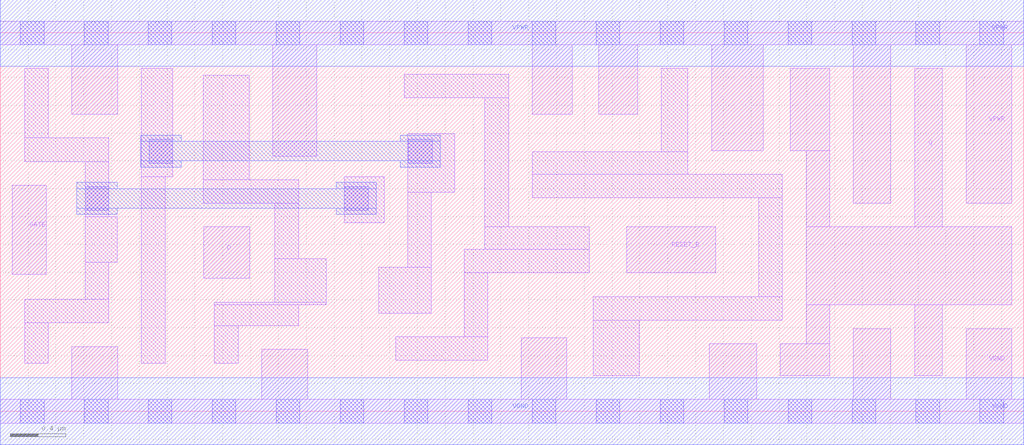
<source format=lef>
# Copyright 2020 The SkyWater PDK Authors
#
# Licensed under the Apache License, Version 2.0 (the "License");
# you may not use this file except in compliance with the License.
# You may obtain a copy of the License at
#
#     https://www.apache.org/licenses/LICENSE-2.0
#
# Unless required by applicable law or agreed to in writing, software
# distributed under the License is distributed on an "AS IS" BASIS,
# WITHOUT WARRANTIES OR CONDITIONS OF ANY KIND, either express or implied.
# See the License for the specific language governing permissions and
# limitations under the License.
#
# SPDX-License-Identifier: Apache-2.0

VERSION 5.7 ;
  NAMESCASESENSITIVE ON ;
  NOWIREEXTENSIONATPIN ON ;
  DIVIDERCHAR "/" ;
  BUSBITCHARS "[]" ;
UNITS
  DATABASE MICRONS 200 ;
END UNITS
MACRO sky130_fd_sc_hd__dlrtp_4
  CLASS CORE ;
  SOURCE USER ;
  FOREIGN sky130_fd_sc_hd__dlrtp_4 ;
  ORIGIN  0.000000  0.000000 ;
  SIZE  7.360000 BY  2.720000 ;
  SYMMETRY X Y R90 ;
  SITE unithd ;
  PIN D
    ANTENNAGATEAREA  0.159000 ;
    DIRECTION INPUT ;
    USE SIGNAL ;
    PORT
      LAYER li1 ;
        RECT 1.465000 0.955000 1.795000 1.325000 ;
    END
  END D
  PIN Q
    ANTENNADIFFAREA  1.014750 ;
    DIRECTION OUTPUT ;
    USE SIGNAL ;
    PORT
      LAYER li1 ;
        RECT 5.610000 0.255000 5.965000 0.485000 ;
        RECT 5.680000 1.875000 5.965000 2.465000 ;
        RECT 5.795000 0.485000 5.965000 0.765000 ;
        RECT 5.795000 0.765000 7.275000 1.325000 ;
        RECT 5.795000 1.325000 5.965000 1.875000 ;
        RECT 6.575000 0.255000 6.775000 0.765000 ;
        RECT 6.575000 1.325000 6.775000 2.465000 ;
    END
  END Q
  PIN RESET_B
    ANTENNAGATEAREA  0.247500 ;
    DIRECTION INPUT ;
    USE SIGNAL ;
    PORT
      LAYER li1 ;
        RECT 4.505000 0.995000 5.145000 1.325000 ;
    END
  END RESET_B
  PIN GATE
    ANTENNAGATEAREA  0.159000 ;
    DIRECTION INPUT ;
    USE CLOCK ;
    PORT
      LAYER li1 ;
        RECT 0.085000 0.985000 0.330000 1.625000 ;
    END
  END GATE
  PIN VGND
    DIRECTION INOUT ;
    SHAPE ABUTMENT ;
    USE GROUND ;
    PORT
      LAYER li1 ;
        RECT 0.000000 -0.085000 7.360000 0.085000 ;
        RECT 0.515000  0.085000 0.845000 0.465000 ;
        RECT 1.880000  0.085000 2.210000 0.445000 ;
        RECT 3.745000  0.085000 4.075000 0.530000 ;
        RECT 5.100000  0.085000 5.440000 0.485000 ;
        RECT 6.135000  0.085000 6.405000 0.595000 ;
        RECT 6.945000  0.085000 7.275000 0.595000 ;
      LAYER mcon ;
        RECT 0.145000 -0.085000 0.315000 0.085000 ;
        RECT 0.605000 -0.085000 0.775000 0.085000 ;
        RECT 1.065000 -0.085000 1.235000 0.085000 ;
        RECT 1.525000 -0.085000 1.695000 0.085000 ;
        RECT 1.985000 -0.085000 2.155000 0.085000 ;
        RECT 2.445000 -0.085000 2.615000 0.085000 ;
        RECT 2.905000 -0.085000 3.075000 0.085000 ;
        RECT 3.365000 -0.085000 3.535000 0.085000 ;
        RECT 3.825000 -0.085000 3.995000 0.085000 ;
        RECT 4.285000 -0.085000 4.455000 0.085000 ;
        RECT 4.745000 -0.085000 4.915000 0.085000 ;
        RECT 5.205000 -0.085000 5.375000 0.085000 ;
        RECT 5.665000 -0.085000 5.835000 0.085000 ;
        RECT 6.125000 -0.085000 6.295000 0.085000 ;
        RECT 6.585000 -0.085000 6.755000 0.085000 ;
        RECT 7.045000 -0.085000 7.215000 0.085000 ;
      LAYER met1 ;
        RECT 0.000000 -0.240000 7.360000 0.240000 ;
    END
  END VGND
  PIN VPWR
    DIRECTION INOUT ;
    SHAPE ABUTMENT ;
    USE POWER ;
    PORT
      LAYER li1 ;
        RECT 0.000000 2.635000 7.360000 2.805000 ;
        RECT 0.515000 2.135000 0.845000 2.635000 ;
        RECT 1.960000 1.835000 2.275000 2.635000 ;
        RECT 3.825000 2.135000 4.115000 2.635000 ;
        RECT 4.305000 2.135000 4.585000 2.635000 ;
        RECT 5.115000 1.875000 5.485000 2.635000 ;
        RECT 6.135000 1.495000 6.405000 2.635000 ;
        RECT 6.945000 1.495000 7.275000 2.635000 ;
      LAYER mcon ;
        RECT 0.145000 2.635000 0.315000 2.805000 ;
        RECT 0.605000 2.635000 0.775000 2.805000 ;
        RECT 1.065000 2.635000 1.235000 2.805000 ;
        RECT 1.525000 2.635000 1.695000 2.805000 ;
        RECT 1.985000 2.635000 2.155000 2.805000 ;
        RECT 2.445000 2.635000 2.615000 2.805000 ;
        RECT 2.905000 2.635000 3.075000 2.805000 ;
        RECT 3.365000 2.635000 3.535000 2.805000 ;
        RECT 3.825000 2.635000 3.995000 2.805000 ;
        RECT 4.285000 2.635000 4.455000 2.805000 ;
        RECT 4.745000 2.635000 4.915000 2.805000 ;
        RECT 5.205000 2.635000 5.375000 2.805000 ;
        RECT 5.665000 2.635000 5.835000 2.805000 ;
        RECT 6.125000 2.635000 6.295000 2.805000 ;
        RECT 6.585000 2.635000 6.755000 2.805000 ;
        RECT 7.045000 2.635000 7.215000 2.805000 ;
      LAYER met1 ;
        RECT 0.000000 2.480000 7.360000 2.960000 ;
    END
  END VPWR
  OBS
    LAYER li1 ;
      RECT 0.175000 0.345000 0.345000 0.635000 ;
      RECT 0.175000 0.635000 0.780000 0.805000 ;
      RECT 0.175000 1.795000 0.780000 1.965000 ;
      RECT 0.175000 1.965000 0.345000 2.465000 ;
      RECT 0.610000 0.805000 0.780000 1.070000 ;
      RECT 0.610000 1.070000 0.840000 1.400000 ;
      RECT 0.610000 1.400000 0.780000 1.795000 ;
      RECT 1.015000 0.345000 1.185000 1.685000 ;
      RECT 1.015000 1.685000 1.240000 2.465000 ;
      RECT 1.460000 1.495000 2.145000 1.665000 ;
      RECT 1.460000 1.665000 1.790000 2.415000 ;
      RECT 1.540000 0.345000 1.710000 0.615000 ;
      RECT 1.540000 0.615000 2.145000 0.765000 ;
      RECT 1.540000 0.765000 2.345000 0.785000 ;
      RECT 1.975000 0.785000 2.345000 1.095000 ;
      RECT 1.975000 1.095000 2.145000 1.495000 ;
      RECT 2.475000 1.355000 2.760000 1.685000 ;
      RECT 2.720000 0.705000 3.100000 1.035000 ;
      RECT 2.845000 0.365000 3.505000 0.535000 ;
      RECT 2.905000 2.255000 3.655000 2.425000 ;
      RECT 2.930000 1.035000 3.100000 1.575000 ;
      RECT 2.930000 1.575000 3.270000 1.995000 ;
      RECT 3.335000 0.535000 3.505000 0.995000 ;
      RECT 3.335000 0.995000 4.235000 1.165000 ;
      RECT 3.485000 1.165000 4.235000 1.325000 ;
      RECT 3.485000 1.325000 3.655000 2.255000 ;
      RECT 3.825000 1.535000 5.625000 1.705000 ;
      RECT 3.825000 1.705000 4.945000 1.865000 ;
      RECT 4.265000 0.255000 4.595000 0.655000 ;
      RECT 4.265000 0.655000 5.625000 0.825000 ;
      RECT 4.755000 1.865000 4.945000 2.465000 ;
      RECT 5.455000 0.825000 5.625000 1.535000 ;
    LAYER mcon ;
      RECT 0.610000 1.445000 0.780000 1.615000 ;
      RECT 1.070000 1.785000 1.240000 1.955000 ;
      RECT 2.475000 1.445000 2.645000 1.615000 ;
      RECT 2.935000 1.785000 3.105000 1.955000 ;
    LAYER met1 ;
      RECT 0.550000 1.415000 0.840000 1.460000 ;
      RECT 0.550000 1.460000 2.705000 1.600000 ;
      RECT 0.550000 1.600000 0.840000 1.645000 ;
      RECT 1.010000 1.755000 1.300000 1.800000 ;
      RECT 1.010000 1.800000 3.165000 1.940000 ;
      RECT 1.010000 1.940000 1.300000 1.985000 ;
      RECT 2.415000 1.415000 2.705000 1.460000 ;
      RECT 2.415000 1.600000 2.705000 1.645000 ;
      RECT 2.875000 1.755000 3.165000 1.800000 ;
      RECT 2.875000 1.940000 3.165000 1.985000 ;
  END
END sky130_fd_sc_hd__dlrtp_4

</source>
